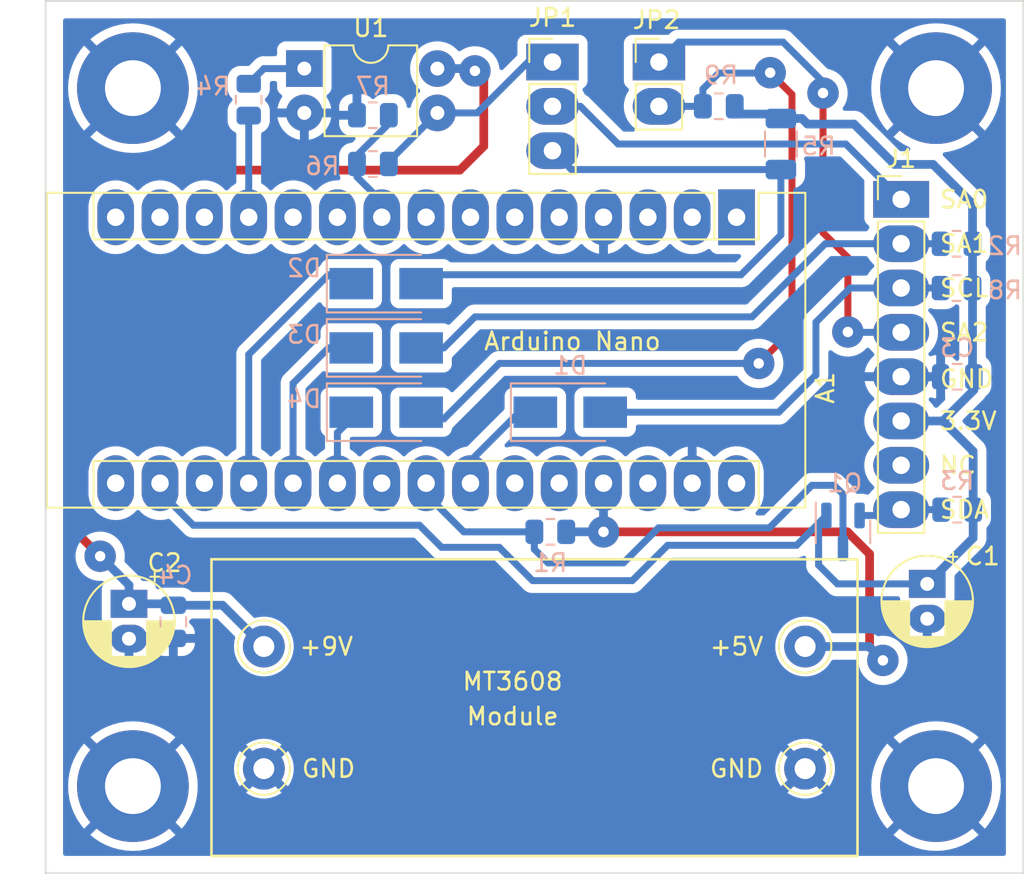
<source format=kicad_pcb>
(kicad_pcb (version 20211014) (generator pcbnew)
  (layers (0 "F.Cu" signal) (31 "B.Cu" signal) (36 "B.SilkS" user "B.Silkscreen") (37 "F.SilkS" user "F.Silkscreen") (38 "B.Mask" user) (39 "F.Mask" user) (44 "Edge.Cuts" user))
  (net 0 "")
  (net 4 "GND")
  (net 9 "HVDET")
  (net 12 "HVSW")
  (net 17 "+3.3V")
  (net 19 "SA0SW")
  (net 20 "SA1SW")
  (net 21 "SA2SW")
  (net 23 "SDASW")
  (net 24 "SCLSW")
  (net 27 "+5V")
  (net 30 "SA0")
  (net 31 "SA1")
  (net 32 "SCL")
  (net 33 "SA2")
  (net 34 "SDA")
  (net 35 "Net-(D2-Pad2)")
  (net 36 "Net-(JP1-Pad1)")
  (net 37 "Net-(R4-Pad2)")
  (net 38 "+9V")
  (net 39 "Net-(D4-Pad2)")
  (footprint "MountingHole:MountingHole_3.2mm_M3_Pad" (layer "F.Cu") (at 105 105)
    (fp_text reference "H1" hide)
    (fp_text value "MountingHole_Pad" hide)
    (pad "1" thru_hole circle locked (at 0 0) (size 6.4 6.4) (drill 3.2) (layers *.Cu *.Mask) (net 4 "GND"))
  )
  (footprint "MountingHole:MountingHole_3.2mm_M3_Pad" (layer "F.Cu") (at 105 145)
    (fp_text reference "H3" hide)
    (fp_text value "MountingHole_Pad" hide)
    (pad "1" thru_hole circle locked (at 0 0) (size 6.4 6.4) (drill 3.2) (layers *.Cu *.Mask) (net 4 "GND"))
  )
  (footprint "Connector_Pin:Pin_D1.0mm_L10.0mm_LooseFit" (layer "F.Cu") (at 143.5 137)
    (fp_text reference "J4" hide)
    (fp_text value "Conn_01x01" hide)
    (pad "1" thru_hole circle locked (at 0 0) (size 2.4 2.4) (drill 1.2) (layers *.Cu *.Mask) (net 27 "+5V"))
  )
  (footprint "Capacitor_THT:CP_Radial_D5.0mm_P2.00mm" (layer "F.Cu") (at 150.495 133.410888 -90)
    (fp_text reference "C1" (at -1.584888 -3.175) (layer "F.SilkS"))
    (fp_text value "100 x 6.3V")
    (pad "1" thru_hole rect (at 0 0 270) (size 1.6 2.1) (drill 0.8) (layers *.Cu *.Mask) (net 17 "+3.3V"))
    (pad "2" thru_hole oval (at 2 0 270) (size 1.6 2.1) (drill 0.8) (layers *.Cu *.Mask) (net 4 "GND"))
  )
  (footprint "Connector_PinHeader_2.54mm:PinHeader_1x03_P2.54mm_Vertical" (layer "F.Cu") (at 129.0305 103.505)
    (fp_text reference "JP1" (at 0.0015 -2.54) (layer "F.SilkS"))
    (fp_text value "SA0_MODE")
    (pad "1" thru_hole rect (at 0 0) (size 3 2.1) (drill 1) (layers *.Cu *.Mask) (net 36 "Net-(JP1-Pad1)"))
    (pad "2" thru_hole oval (at 0 2.54) (size 3 2.1) (drill 1) (layers *.Cu *.Mask) (net 30 "SA0"))
    (pad "3" thru_hole oval (at 0 5.08) (size 3 2.1) (drill 1) (layers *.Cu *.Mask) (net 35 "Net-(D2-Pad2)"))
  )
  (footprint "Module:Arduino_Nano" (layer "F.Cu") (at 139.573 112.4 -90)
    (fp_text reference "A1" (at 9.774 -5.08 90) (layer "F.SilkS"))
    (fp_text value "Arduino_Nano_v2.x")
    (pad "1" thru_hole rect (at 0 0 270) (size 3.2 2.1) (drill 1) (layers *.Cu *.Mask))
    (pad "2" thru_hole oval (at 0 2.54 270) (size 3.2 2.1) (drill 1) (layers *.Cu *.Mask))
    (pad "3" thru_hole oval (at 0 5.08 270) (size 3.2 2.1) (drill 1) (layers *.Cu *.Mask))
    (pad "4" thru_hole oval (at 0 7.62 270) (size 3.2 2.1) (drill 1) (layers *.Cu *.Mask) (net 4 "GND"))
    (pad "5" thru_hole oval (at 0 10.16 270) (size 3.2 2.1) (drill 1) (layers *.Cu *.Mask))
    (pad "6" thru_hole oval (at 0 12.7 270) (size 3.2 2.1) (drill 1) (layers *.Cu *.Mask))
    (pad "7" thru_hole oval (at 0 15.24 270) (size 3.2 2.1) (drill 1) (layers *.Cu *.Mask))
    (pad "8" thru_hole oval (at 0 17.78 270) (size 3.2 2.1) (drill 1) (layers *.Cu *.Mask))
    (pad "9" thru_hole oval (at 0 20.32 270) (size 3.2 2.1) (drill 1) (layers *.Cu *.Mask) (net 9 "HVDET"))
    (pad "10" thru_hole oval (at 0 22.86 270) (size 3.2 2.1) (drill 1) (layers *.Cu *.Mask))
    (pad "11" thru_hole oval (at 0 25.4 270) (size 3.2 2.1) (drill 1) (layers *.Cu *.Mask))
    (pad "12" thru_hole oval (at 0 27.94 270) (size 3.2 2.1) (drill 1) (layers *.Cu *.Mask) (net 12 "HVSW"))
    (pad "13" thru_hole oval (at 0 30.48 270) (size 3.2 2.1) (drill 1) (layers *.Cu *.Mask))
    (pad "14" thru_hole oval (at 0 33.02 270) (size 3.2 2.1) (drill 1) (layers *.Cu *.Mask))
    (pad "15" thru_hole oval (at 0 35.56 270) (size 3.2 2.1) (drill 1) (layers *.Cu *.Mask))
    (pad "16" thru_hole oval (at 15.24 35.56 270) (size 3.2 2.1) (drill 1) (layers *.Cu *.Mask))
    (pad "17" thru_hole oval (at 15.24 33.02 270) (size 3.2 2.1) (drill 1) (layers *.Cu *.Mask) (net 17 "+3.3V"))
    (pad "18" thru_hole oval (at 15.24 30.48 270) (size 3.2 2.1) (drill 1) (layers *.Cu *.Mask))
    (pad "19" thru_hole oval (at 15.24 27.94 270) (size 3.2 2.1) (drill 1) (layers *.Cu *.Mask) (net 19 "SA0SW"))
    (pad "20" thru_hole oval (at 15.24 25.4 270) (size 3.2 2.1) (drill 1) (layers *.Cu *.Mask) (net 20 "SA1SW"))
    (pad "21" thru_hole oval (at 15.24 22.86 270) (size 3.2 2.1) (drill 1) (layers *.Cu *.Mask) (net 21 "SA2SW"))
    (pad "22" thru_hole oval (at 15.24 20.32 270) (size 3.2 2.1) (drill 1) (layers *.Cu *.Mask))
    (pad "23" thru_hole oval (at 15.24 17.78 270) (size 3.2 2.1) (drill 1) (layers *.Cu *.Mask) (net 23 "SDASW"))
    (pad "24" thru_hole oval (at 15.24 15.24 270) (size 3.2 2.1) (drill 1) (layers *.Cu *.Mask) (net 24 "SCLSW"))
    (pad "25" thru_hole oval (at 15.24 12.7 270) (size 3.2 2.1) (drill 1) (layers *.Cu *.Mask))
    (pad "26" thru_hole oval (at 15.24 10.16 270) (size 3.2 2.1) (drill 1) (layers *.Cu *.Mask))
    (pad "27" thru_hole oval (at 15.24 7.62 270) (size 3.2 2.1) (drill 1) (layers *.Cu *.Mask) (net 27 "+5V"))
    (pad "28" thru_hole oval (at 15.24 5.08 270) (size 3.2 2.1) (drill 1) (layers *.Cu *.Mask))
    (pad "29" thru_hole oval (at 15.24 2.54 270) (size 3.2 2.1) (drill 1) (layers *.Cu *.Mask) (net 4 "GND"))
    (pad "30" thru_hole oval (at 15.24 0 270) (size 3.2 2.1) (drill 1) (layers *.Cu *.Mask))
  )
  (footprint "Connector_Pin:Pin_D1.0mm_L10.0mm_LooseFit" (layer "F.Cu") (at 143.5 144)
    (fp_text reference "J5" hide)
    (fp_text value "Conn_01x01" hide)
    (pad "1" thru_hole circle locked (at 0 0) (size 2.4 2.4) (drill 1.2) (layers *.Cu *.Mask) (net 4 "GND"))
  )
  (footprint "Connector_PinHeader_2.54mm:PinHeader_1x08_P2.54mm_Vertical" (layer "F.Cu") (at 149 111.375)
    (fp_text reference "J1" (at 0 -2.33) (layer "F.SilkS"))
    (fp_text value "Conn_01x08_Male")
    (pad "1" thru_hole rect (at 0 0) (size 3.2 2.1) (drill 1) (layers *.Cu *.Mask) (net 30 "SA0"))
    (pad "2" thru_hole oval (at 0 2.54) (size 3.2 2.1) (drill 1) (layers *.Cu *.Mask) (net 31 "SA1"))
    (pad "3" thru_hole oval (at 0 5.08) (size 3.2 2.1) (drill 1) (layers *.Cu *.Mask) (net 32 "SCL"))
    (pad "4" thru_hole oval (at 0 7.62) (size 3.2 2.1) (drill 1) (layers *.Cu *.Mask) (net 33 "SA2"))
    (pad "5" thru_hole oval (at 0 10.16) (size 3.2 2.1) (drill 1) (layers *.Cu *.Mask) (net 4 "GND"))
    (pad "6" thru_hole oval (at 0 12.7) (size 3.2 2.1) (drill 1) (layers *.Cu *.Mask) (net 17 "+3.3V"))
    (pad "7" thru_hole oval (at 0 15.24) (size 3.2 2.1) (drill 1) (layers *.Cu *.Mask))
    (pad "8" thru_hole oval (at 0 17.78) (size 3.2 2.1) (drill 1) (layers *.Cu *.Mask) (net 34 "SDA"))
  )
  (footprint "Package_DIP:DIP-4_W7.62mm" (layer "F.Cu") (at 114.818 103.881)
    (fp_text reference "U1" (at 3.81 -2.33) (layer "F.SilkS"))
    (fp_text value "PC817")
    (pad "1" thru_hole rect (at 0 0) (size 2.1 2.1) (drill 0.8) (layers *.Cu *.Mask) (net 37 "Net-(R4-Pad2)"))
    (pad "2" thru_hole oval (at 0 2.54) (size 2.1 2.1) (drill 0.8) (layers *.Cu *.Mask) (net 4 "GND"))
    (pad "3" thru_hole oval (at 7.62 2.54) (size 2.1 2.1) (drill 0.8) (layers *.Cu *.Mask) (net 36 "Net-(JP1-Pad1)"))
    (pad "4" thru_hole oval (at 7.62 0) (size 2.1 2.1) (drill 0.8) (layers *.Cu *.Mask) (net 38 "+9V"))
  )
  (footprint "Connector_Pin:Pin_D1.0mm_L10.0mm_LooseFit" (layer "F.Cu") (at 112.5 144)
    (fp_text reference "J3" hide)
    (fp_text value "Conn_01x01" hide)
    (pad "1" thru_hole circle (at 0 0) (size 2.4 2.4) (drill 1.2) (layers *.Cu *.Mask) (net 4 "GND"))
  )
  (footprint "Connector_PinHeader_2.54mm:PinHeader_1x02_P2.54mm_Vertical" (layer "F.Cu") (at 135.128 103.505)
    (fp_text reference "JP2" (at -0.1405 -2.413) (layer "F.SilkS"))
    (fp_text value "SA2_Mode")
    (pad "1" thru_hole rect (at 0 0) (size 3 2.1) (drill 1) (layers *.Cu *.Mask) (net 33 "SA2"))
    (pad "2" thru_hole oval (at 0 2.54) (size 3 2.1) (drill 1) (layers *.Cu *.Mask) (net 39 "Net-(D4-Pad2)"))
  )
  (footprint "MountingHole:MountingHole_3.2mm_M3_Pad" (layer "F.Cu") (at 151 145)
    (fp_text reference "H4" hide)
    (fp_text value "MountingHole_Pad" hide)
    (pad "1" thru_hole circle locked (at 0 0) (size 6.4 6.4) (drill 3.2) (layers *.Cu *.Mask) (net 4 "GND"))
  )
  (footprint "Connector_Pin:Pin_D1.0mm_L10.0mm_LooseFit" (layer "F.Cu") (at 112.5 137)
    (fp_text reference "J2" hide)
    (fp_text value "Conn_01x01" hide)
    (pad "1" thru_hole circle (at 0 0) (size 2.4 2.4) (drill 1.2) (layers *.Cu *.Mask) (net 38 "+9V"))
  )
  (footprint "MountingHole:MountingHole_3.2mm_M3_Pad" (layer "F.Cu") (at 151 105)
    (fp_text reference "H2" hide)
    (fp_text value "MountingHole_Pad" hide)
    (pad "1" thru_hole circle locked (at 0 0) (size 6.4 6.4) (drill 3.2) (layers *.Cu *.Mask) (net 4 "GND"))
  )
  (footprint "Capacitor_THT:CP_Radial_D5.0mm_P2.00mm" (layer "F.Cu") (at 104.775 134.553888 -90)
    (fp_text reference "C2" (at -2.346888 -2.032) (layer "F.SilkS"))
    (fp_text value "100 x 16V")
    (pad "1" thru_hole rect (at 0 0 270) (size 1.6 2.1) (drill 0.8) (layers *.Cu *.Mask) (net 38 "+9V"))
    (pad "2" thru_hole oval (at 2 0 270) (size 1.6 2.1) (drill 0.8) (layers *.Cu *.Mask) (net 4 "GND"))
  )
  (footprint "Resistor_SMD:R_0805_2012Metric" (layer "B.Cu") (at 152.175 113.92)
    (fp_text reference "R8" (at 2.765 2.666) (layer "B.SilkS") (effects (justify mirror)))
    (fp_text value "10k")
    (pad "1" smd roundrect (at -0.9125 0) (size 1.025 1.4) (layers "B.Cu" "B.Paste" "B.Mask") (roundrect_rratio 0.243902439) (net 31 "SA1"))
    (pad "2" smd roundrect (at 0.9125 0) (size 1.025 1.4) (layers "B.Cu" "B.Paste" "B.Mask") (roundrect_rratio 0.243902439) (net 17 "+3.3V"))
  )
  (footprint "Resistor_SMD:R_0805_2012Metric" (layer "B.Cu") (at 152.175 116.46 180)
    (fp_text reference "R2" (at -2.765 2.414) (layer "B.SilkS") (effects (justify mirror)))
    (fp_text value "4k7")
    (pad "1" smd roundrect (at -0.9125 0 180) (size 1.025 1.4) (layers "B.Cu" "B.Paste" "B.Mask") (roundrect_rratio 0.243902439) (net 17 "+3.3V"))
    (pad "2" smd roundrect (at 0.9125 0 180) (size 1.025 1.4) (layers "B.Cu" "B.Paste" "B.Mask") (roundrect_rratio 0.243902439) (net 32 "SCL"))
  )
  (footprint "Resistor_SMD:R_1206_3216Metric" (layer "B.Cu") (at 142.113 108.204 90)
    (fp_text reference "R5" (at -0.127 2.159 180) (layer "B.SilkS") (effects (justify mirror)))
    (fp_text value "10k")
    (pad "1" smd roundrect (at -1.4625 0 90) (size 1.125 1.75) (layers "B.Cu" "B.Paste" "B.Mask") (roundrect_rratio 0.2222222222) (net 35 "Net-(D2-Pad2)"))
    (pad "2" smd roundrect (at 1.4625 0 90) (size 1.125 1.75) (layers "B.Cu" "B.Paste" "B.Mask") (roundrect_rratio 0.2222222222) (net 17 "+3.3V"))
  )
  (footprint "Diode_SMD:D_SMA" (layer "B.Cu") (at 119.507 116.205)
    (fp_text reference "D2" (at -4.699 -0.889) (layer "B.SilkS") (effects (justify mirror)))
    (fp_text value "SS12")
    (pad "1" smd rect (at -2 0) (size 2.5 1.8) (layers "B.Cu" "B.Paste" "B.Mask") (net 19 "SA0SW"))
    (pad "2" smd rect (at 2 0) (size 2.5 1.8) (layers "B.Cu" "B.Paste" "B.Mask") (net 35 "Net-(D2-Pad2)"))
  )
  (footprint "Resistor_SMD:R_0805_2012Metric" (layer "B.Cu") (at 138.557 106.042)
    (fp_text reference "R9" (at 0.127 -1.778) (layer "B.SilkS") (effects (justify mirror)))
    (fp_text value "10k")
    (pad "1" smd roundrect (at -0.9125 0) (size 1.025 1.4) (layers "B.Cu" "B.Paste" "B.Mask") (roundrect_rratio 0.243902439) (net 39 "Net-(D4-Pad2)"))
    (pad "2" smd roundrect (at 0.9125 0) (size 1.025 1.4) (layers "B.Cu" "B.Paste" "B.Mask") (roundrect_rratio 0.243902439) (net 17 "+3.3V"))
  )
  (footprint "Capacitor_SMD:C_0805_2012Metric" (layer "B.Cu") (at 107.315 135.5852 -90)
    (fp_text reference "C4" (at -2.667 -0.127) (layer "B.SilkS") (effects (justify mirror)))
    (fp_text value "0.1")
    (pad "1" smd roundrect (at -0.95 0 270) (size 1 1.45) (layers "B.Cu" "B.Paste" "B.Mask") (net 38 "+9V"))
    (pad "2" smd roundrect (at 0.95 0 270) (size 1 1.45) (layers "B.Cu" "B.Paste" "B.Mask") (net 4 "GND"))
  )
  (footprint "Resistor_SMD:R_0805_2012Metric" (layer "B.Cu") (at 152.212 129.159 180)
    (fp_text reference "R3" (at 0 1.65) (layer "B.SilkS") (effects (justify mirror)))
    (fp_text value "4k7")
    (pad "1" smd roundrect (at -0.9125 0 180) (size 1.025 1.4) (layers "B.Cu" "B.Paste" "B.Mask") (roundrect_rratio 0.243902439) (net 17 "+3.3V"))
    (pad "2" smd roundrect (at 0.9125 0 180) (size 1.025 1.4) (layers "B.Cu" "B.Paste" "B.Mask") (roundrect_rratio 0.243902439) (net 34 "SDA"))
  )
  (footprint "Diode_SMD:D_SMA" (layer "B.Cu") (at 119.507 123.571)
    (fp_text reference "D4" (at -4.699 -0.762) (layer "B.SilkS") (effects (justify mirror)))
    (fp_text value "SS12")
    (pad "1" smd rect (at -2 0) (size 2.5 1.8) (layers "B.Cu" "B.Paste" "B.Mask") (net 21 "SA2SW"))
    (pad "2" smd rect (at 2 0) (size 2.5 1.8) (layers "B.Cu" "B.Paste" "B.Mask") (net 39 "Net-(D4-Pad2)"))
  )
  (footprint "Package_TO_SOT_SMD:SOT-23" (layer "B.Cu") (at 145.669 130.429 -90)
    (fp_text reference "Q1" (at -2.79 -0.098) (layer "B.SilkS") (effects (justify mirror)))
    (fp_text value "BSS138")
    (pad "1" smd roundrect (at -0.9375 0.95 270) (size 1.475 0.6) (layers "B.Cu" "B.Paste" "B.Mask") (net 17 "+3.3V"))
    (pad "2" smd roundrect (at -0.9375 -0.95 270) (size 1.475 0.6) (layers "B.Cu" "B.Paste" "B.Mask") (net 34 "SDA"))
    (pad "3" smd roundrect (at 0.9375 0 270) (size 1.475 0.6) (layers "B.Cu" "B.Paste" "B.Mask") (net 23 "SDASW"))
  )
  (footprint "Resistor_SMD:R_0805_2012Metric" (layer "B.Cu") (at 118.745 109.347)
    (fp_text reference "R6" (at -2.8975 0.122) (layer "B.SilkS") (effects (justify mirror)))
    (fp_text value "8k2")
    (pad "1" smd roundrect (at -0.9125 0) (size 1.025 1.4) (layers "B.Cu" "B.Paste" "B.Mask") (roundrect_rratio 0.243902439) (net 9 "HVDET"))
    (pad "2" smd roundrect (at 0.9125 0) (size 1.025 1.4) (layers "B.Cu" "B.Paste" "B.Mask") (roundrect_rratio 0.243902439) (net 36 "Net-(JP1-Pad1)"))
  )
  (footprint "Resistor_SMD:R_0805_2012Metric" (layer "B.Cu") (at 111.633 105.664 90)
    (fp_text reference "R4" (at 0.762 -2.032 180) (layer "B.SilkS") (effects (justify mirror)))
    (fp_text value "390")
    (pad "1" smd roundrect (at -0.9125 0 90) (size 1.025 1.4) (layers "B.Cu" "B.Paste" "B.Mask") (roundrect_rratio 0.243902439) (net 12 "HVSW"))
    (pad "2" smd roundrect (at 0.9125 0 90) (size 1.025 1.4) (layers "B.Cu" "B.Paste" "B.Mask") (roundrect_rratio 0.243902439) (net 37 "Net-(R4-Pad2)"))
  )
  (footprint "Resistor_SMD:R_0805_2012Metric" (layer "B.Cu") (at 118.745 106.553)
    (fp_text reference "R7" (at 0 -1.656) (layer "B.SilkS") (effects (justify mirror)))
    (fp_text value "10k")
    (pad "1" smd roundrect (at -0.9125 0) (size 1.025 1.4) (layers "B.Cu" "B.Paste" "B.Mask") (roundrect_rratio 0.243902439) (net 4 "GND"))
    (pad "2" smd roundrect (at 0.9125 0) (size 1.025 1.4) (layers "B.Cu" "B.Paste" "B.Mask") (roundrect_rratio 0.243902439) (net 9 "HVDET"))
  )
  (footprint "Diode_SMD:D_SMA" (layer "B.Cu") (at 130.048 123.571)
    (fp_text reference "D1" (at 0 -2.667) (layer "B.SilkS") (effects (justify mirror)))
    (fp_text value "SS12")
    (pad "1" smd rect (at -2 0) (size 2.5 1.8) (layers "B.Cu" "B.Paste" "B.Mask") (net 24 "SCLSW"))
    (pad "2" smd rect (at 2 0) (size 2.5 1.8) (layers "B.Cu" "B.Paste" "B.Mask") (net 32 "SCL"))
  )
  (footprint "Diode_SMD:D_SMA" (layer "B.Cu") (at 119.507 119.888)
    (fp_text reference "D3" (at -4.699 -0.762) (layer "B.SilkS") (effects (justify mirror)))
    (fp_text value "SS12")
    (pad "1" smd rect (at -2 0) (size 2.5 1.8) (layers "B.Cu" "B.Paste" "B.Mask") (net 20 "SA1SW"))
    (pad "2" smd rect (at 2 0) (size 2.5 1.8) (layers "B.Cu" "B.Paste" "B.Mask") (net 31 "SA1"))
  )
  (footprint "Resistor_SMD:R_0805_2012Metric" (layer "B.Cu") (at 128.905 130.429 180)
    (fp_text reference "R1" (at 0 -1.778) (layer "B.SilkS") (effects (justify mirror)))
    (fp_text value "4k7")
    (pad "1" smd roundrect (at -0.9125 0 180) (size 1.025 1.4) (layers "B.Cu" "B.Paste" "B.Mask") (roundrect_rratio 0.243902439) (net 27 "+5V"))
    (pad "2" smd roundrect (at 0.9125 0 180) (size 1.025 1.4) (layers "B.Cu" "B.Paste" "B.Mask") (roundrect_rratio 0.243902439) (net 23 "SDASW"))
  )
  (footprint "Capacitor_SMD:C_0805_2012Metric" (layer "B.Cu") (at 152.212 121.539 180)
    (fp_text reference "C3" (at 0 1.651) (layer "B.SilkS") (effects (justify mirror)))
    (fp_text value "0.1")
    (pad "1" smd roundrect (at -0.95 0 180) (size 1 1.45) (layers "B.Cu" "B.Paste" "B.Mask") (net 17 "+3.3V"))
    (pad "2" smd roundrect (at 0.95 0 180) (size 1 1.45) (layers "B.Cu" "B.Paste" "B.Mask") (net 4 "GND"))
  )
  (gr_rect locked (start 109.5 132) (end 146.5 149) (layer "F.SilkS") (width 0.15) (fill none))
  (gr_rect (start 100 100) (end 156 150) (layer "Edge.Cuts") (width 0.1) (fill none))
  (gr_text "Arduino Nano" (at 130.175 119.507) (layer "F.SilkS") (effects (font (size 1 1))))
  (gr_text "+9V" (at 116.078 137) (layer "F.SilkS") (effects (font (size 1 1))))
  (gr_text "SA1" (at 151.13 113.919) (layer "F.SilkS") (effects (font (size 1 1)) (justify left)))
  (gr_text "SA0" (at 151.13 111.379) (layer "F.SilkS") (effects (font (size 1 1)) (justify left)))
  (gr_text "GND" (at 139.573 144) (layer "F.SilkS") (effects (font (size 1 1))))
  (gr_text "NC" (at 151.13 126.619) (layer "F.SilkS") (effects (font (size 1 1)) (justify left)))
  (gr_text "MT3608" (at 126.746 139) (layer "F.SilkS") (effects (font (size 1 1))))
  (gr_text "+5V" (at 139.573 137) (layer "F.SilkS") (effects (font (size 1 1))))
  (gr_text "SCL" (at 151.13 116.459) (layer "F.SilkS") (effects (font (size 1 1)) (justify left)))
  (gr_text "SDA" (at 151.13 129.159) (layer "F.SilkS") (effects (font (size 1 1)) (justify left)))
  (gr_text "3.3V" (at 151.13 124.079) (layer "F.SilkS") (effects (font (size 1 1)) (justify left)))
  (gr_text "Module" (at 126.746 141) (layer "F.SilkS") (effects (font (size 1 1))))
  (gr_text "GND" (at 151.13 121.666) (layer "F.SilkS") (effects (font (size 1 1)) (justify left)))
  (gr_text "SA2" (at 151.13 118.999) (layer "F.SilkS") (effects (font (size 1 1)) (justify left)))
  (gr_text "GND" (at 116.205 144) (layer "F.SilkS") (effects (font (size 1 1))))
  (segment (start 117.8325 109.347) (end 117.8325 108.8625) (width 0.4) (layer "B.Cu") (net 9))
  (segment (start 119.253 111.506) (end 119.253 112.4) (width 0.4) (layer "B.Cu") (net 9))
  (segment (start 117.8325 108.8625) (end 119.6575 107.0375) (width 0.4) (layer "B.Cu") (net 9))
  (segment (start 117.8325 109.347) (end 117.8325 110.0855) (width 0.4) (layer "B.Cu") (net 9))
  (segment (start 117.8325 110.0855) (end 119.253 111.506) (width 0.4) (layer "B.Cu") (net 9))
  (segment (start 119.6575 107.0375) (end 119.6575 106.553) (width 0.4) (layer "B.Cu") (net 9))
  (segment (start 111.633 106.5765) (end 111.633 112.4) (width 0.4) (layer "B.Cu") (net 12))
  (segment (start 139.915 106.4875) (end 142.113 106.4875) (width 0.5) (layer "B.Cu") (net 17))
  (segment (start 150.495 133.410888) (end 153.1245 130.781388) (width 0.5) (layer "B.Cu") (net 17))
  (segment (start 127.889 133.223) (end 133.604 133.223) (width 0.4) (layer "B.Cu") (net 17))
  (segment (start 153.0875 113.92) (end 153.0875 116.46) (width 0.5) (layer "B.Cu") (net 17))
  (segment (start 148.6154 109.3724) (end 150.8252 109.3724) (width 0.5) (layer "B.Cu") (net 17))
  (segment (start 153.0875 111.6347) (end 153.0875 113.92) (width 0.5) (layer "B.Cu") (net 17))
  (segment (start 146.304 107.061) (end 148.6154 109.3724) (width 0.5) (layer "B.Cu") (net 17))
  (segment (start 153.162 122.301) (end 151.388 124.075) (width 0.5) (layer "B.Cu") (net 17))
  (segment (start 153.1245 130.781388) (end 153.1245 129.159) (width 0.5) (layer "B.Cu") (net 17))
  (segment (start 143.637 107.061) (end 146.304 107.061) (width 0.5) (layer "B.Cu") (net 17))
  (segment (start 106.553 127.64) (end 106.553 128.143) (width 0.4) (layer "B.Cu") (net 17))
  (segment (start 153.1245 125.8115) (end 151.388 124.075) (width 0.5) (layer "B.Cu") (net 17))
  (segment (start 151.388 124.075) (end 149 124.075) (width 0.5) (layer "B.Cu") (net 17))
  (segment (start 135.627 131.2) (end 143.0105 131.2) (width 0.4) (layer "B.Cu") (net 17))
  (segment (start 145.348888 133.410888) (end 150.495 133.410888) (width 0.4) (layer "B.Cu") (net 17))
  (segment (start 143.0105 131.2) (end 144.719 129.4915) (width 0.4) (layer "B.Cu") (net 17))
  (segment (start 106.553 128.143) (end 108.458 130.048) (width 0.4) (layer "B.Cu") (net 17))
  (segment (start 106.553 127.64) (end 106.553 128.016) (width 0.4) (layer "B.Cu") (net 17))
  (segment (start 121.412 130.048) (end 122.682 131.318) (width 0.4) (layer "B.Cu") (net 17))
  (segment (start 150.8252 109.3724) (end 153.0875 111.6347) (width 0.5) (layer "B.Cu") (net 17))
  (segment (start 153.162 121.539) (end 153.162 122.301) (width 0.5) (layer "B.Cu") (net 17))
  (segment (start 142.113 106.7415) (end 143.3175 106.7415) (width 0.5) (layer "B.Cu") (net 17))
  (segment (start 122.682 131.318) (end 125.984 131.318) (width 0.4) (layer "B.Cu") (net 17))
  (segment (start 144.272 132.334) (end 145.348888 133.410888) (width 0.4) (layer "B.Cu") (net 17))
  (segment (start 144.272 129.9385) (end 144.272 132.334) (width 0.4) (layer "B.Cu") (net 17))
  (segment (start 125.984 131.318) (end 127.889 133.223) (width 0.4) (layer "B.Cu") (net 17))
  (segment (start 144.719 129.4915) (end 144.272 129.9385) (width 0.4) (layer "B.Cu") (net 17))
  (segment (start 108.458 130.048) (end 121.412 130.048) (width 0.4) (layer "B.Cu") (net 17))
  (segment (start 139.4695 106.042) (end 139.915 106.4875) (width 0.5) (layer "B.Cu") (net 17))
  (segment (start 153.0875 116.46) (end 153.0875 121.4645) (width 0.5) (layer "B.Cu") (net 17))
  (segment (start 153.0875 121.4645) (end 153.162 121.539) (width 0.5) (layer "B.Cu") (net 17))
  (segment (start 153.1245 129.159) (end 153.1245 125.8115) (width 0.5) (layer "B.Cu") (net 17))
  (segment (start 133.604 133.223) (end 135.627 131.2) (width 0.4) (layer "B.Cu") (net 17))
  (segment (start 143.3175 106.7415) (end 143.637 107.061) (width 0.5) (layer "B.Cu") (net 17))
  (segment (start 111.633 120.269) (end 116.205 115.697) (width 0.4) (layer "B.Cu") (net 19))
  (segment (start 111.633 127.64) (end 111.633 120.269) (width 0.4) (layer "B.Cu") (net 19))
  (segment (start 116.205 115.697) (end 117.507 115.697) (width 0.4) (layer "B.Cu") (net 19))
  (segment (start 114.173 121.92) (end 116.205 119.888) (width 0.4) (layer "B.Cu") (net 20))
  (segment (start 114.173 127.64) (end 114.173 121.92) (width 0.4) (layer "B.Cu") (net 20))
  (segment (start 116.205 119.888) (end 117.507 119.888) (width 0.4) (layer "B.Cu") (net 20))
  (segment (start 116.713 124.746) (end 117.507 123.952) (width 0.4) (layer "B.Cu") (net 21))
  (segment (start 116.713 127.64) (end 116.713 124.746) (width 0.4) (layer "B.Cu") (net 21))
  (segment (start 145.669 128.27) (end 145.669 131.3665) (width 0.4) (layer "B.Cu") (net 23))
  (segment (start 121.793 127.64) (end 121.793 128.27) (width 0.4) (layer "B.Cu") (net 23))
  (segment (start 141.453 130.2) (end 143.891 127.762) (width 0.4) (layer "B.Cu") (net 23))
  (segment (start 127.9925 131.4215) (end 128.778 132.207) (width 0.4) (layer "B.Cu") (net 23))
  (segment (start 123.952 130.429) (end 127.9925 130.429) (width 0.4) (layer "B.Cu") (net 23))
  (segment (start 145.161 127.762) (end 145.669 128.27) (width 0.4) (layer "B.Cu") (net 23))
  (segment (start 135.103 130.2) (end 141.453 130.2) (width 0.4) (layer "B.Cu") (net 23))
  (segment (start 121.793 128.27) (end 123.952 130.429) (width 0.4) (layer "B.Cu") (net 23))
  (segment (start 133.096 132.207) (end 135.103 130.2) (width 0.4) (layer "B.Cu") (net 23))
  (segment (start 127.9925 130.429) (end 127.9925 131.4215) (width 0.4) (layer "B.Cu") (net 23))
  (segment (start 143.891 127.762) (end 145.161 127.762) (width 0.4) (layer "B.Cu") (net 23))
  (segment (start 128.778 132.207) (end 133.096 132.207) (width 0.4) (layer "B.Cu") (net 23))
  (segment (start 127.127 123.571) (end 128.048 123.571) (width 0.4) (layer "B.Cu") (net 24))
  (segment (start 124.333 127.64) (end 124.333 126.365) (width 0.4) (layer "B.Cu") (net 24))
  (segment (start 124.333 126.365) (end 127.127 123.571) (width 0.4) (layer "B.Cu") (net 24))
  (segment (start 147.193 131.699) (end 147.193 137.033) (width 0.5) (layer "F.Cu") (net 27))
  (segment (start 131.953 130.429) (end 145.923 130.429) (width 0.5) (layer "F.Cu") (net 27))
  (segment (start 145.923 130.429) (end 147.193 131.699) (width 0.5) (layer "F.Cu") (net 27))
  (segment (start 147.193 137.033) (end 147.955 137.795) (width 0.5) (layer "F.Cu") (net 27))
  (via (at 131.953 130.429) (size 1.8) (drill 0.6) (layers "F.Cu" "B.Cu") (net 27))
  (via (at 147.955 137.795) (size 1.8) (drill 0.6) (layers "F.Cu" "B.Cu") (net 27))
  (segment (start 147.16 137) (end 143.5 137) (width 0.5) (layer "B.Cu") (net 27))
  (segment (start 129.8175 130.429) (end 131.953 130.429) (width 0.5) (layer "B.Cu") (net 27))
  (segment (start 131.953 127.64) (end 131.953 130.429) (width 0.5) (layer "B.Cu") (net 27))
  (segment (start 147.955 137.795) (end 147.16 137) (width 0.5) (layer "B.Cu") (net 27))
  (segment (start 132.7912 108.204) (end 145.829 108.204) (width 0.4) (layer "B.Cu") (net 30))
  (segment (start 130.6322 106.045) (end 132.7912 108.204) (width 0.4) (layer "B.Cu") (net 30))
  (segment (start 145.829 108.204) (end 149 111.375) (width 0.4) (layer "B.Cu") (net 30))
  (segment (start 129.0305 106.045) (end 130.6322 106.045) (width 0.4) (layer "B.Cu") (net 30))
  (segment (start 151.2575 113.915) (end 151.2625 113.92) (width 0.4) (layer "B.Cu") (net 31))
  (segment (start 122.809 119.888) (end 124.587 118.11) (width 0.4) (layer "B.Cu") (net 31))
  (segment (start 124.587 118.11) (end 140.462 118.11) (width 0.4) (layer "B.Cu") (net 31))
  (segment (start 144.657 113.915) (end 149 113.915) (width 0.4) (layer "B.Cu") (net 31))
  (segment (start 140.462 118.11) (end 144.657 113.915) (width 0.4) (layer "B.Cu") (net 31))
  (segment (start 149 113.915) (end 151.2575 113.915) (width 0.4) (layer "B.Cu") (net 31))
  (segment (start 121.507 119.888) (end 122.809 119.888) (width 0.4) (layer "B.Cu") (net 31))
  (segment (start 149 116.455) (end 151.2575 116.455) (width 0.4) (layer "B.Cu") (net 32))
  (segment (start 141.986 123.571) (end 144.1196 121.4374) (width 0.4) (layer "B.Cu") (net 32))
  (segment (start 144.1196 118.4148) (end 146.0794 116.455) (width 0.4) (layer "B.Cu") (net 32))
  (segment (start 151.2575 116.455) (end 151.2625 116.46) (width 0.4) (layer "B.Cu") (net 32))
  (segment (start 146.0794 116.455) (end 149 116.455) (width 0.4) (layer "B.Cu") (net 32))
  (segment (start 132.048 123.571) (end 141.986 123.571) (width 0.4) (layer "B.Cu") (net 32))
  (segment (start 144.1196 121.4374) (end 144.1196 118.4148) (width 0.4) (layer "B.Cu") (net 32))
  (segment (start 145.9484 114.7064) (end 144.526 113.284) (width 0.4) (layer "F.Cu") (net 33))
  (segment (start 144.526 113.284) (end 144.526 105.283) (width 0.4) (layer "F.Cu") (net 33))
  (segment (start 145.9484 118.9736) (end 145.9484 114.7064) (width 0.4) (layer "F.Cu") (net 33))
  (via (at 145.9484 118.9736) (size 1.8) (drill 0.6) (layers "F.Cu" "B.Cu") (net 33))
  (via (at 144.526 105.283) (size 1.8) (drill 0.6) (layers "F.Cu" "B.Cu") (net 33))
  (segment (start 142.24 102.362) (end 136.271 102.362) (width 0.4) (layer "B.Cu") (net 33))
  (segment (start 144.526 104.648) (end 142.24 102.362) (width 0.4) (layer "B.Cu") (net 33))
  (segment (start 145.9698 118.995) (end 149 118.995) (width 0.4) (layer "B.Cu") (net 33))
  (segment (start 145.9484 118.9736) (end 145.9698 118.995) (width 0.4) (layer "B.Cu") (net 33))
  (segment (start 144.526 105.283) (end 144.526 104.648) (width 0.4) (layer "B.Cu") (net 33))
  (segment (start 136.271 102.362) (end 135.128 103.505) (width 0.4) (layer "B.Cu") (net 33))
  (segment (start 146.619 129.4915) (end 148.6635 129.4915) (width 0.4) (layer "B.Cu") (net 34))
  (segment (start 148.6635 129.4915) (end 149 129.155) (width 0.4) (layer "B.Cu") (net 34))
  (segment (start 151.2955 129.155) (end 151.2995 129.159) (width 0.4) (layer "B.Cu") (net 34))
  (segment (start 149 129.155) (end 151.2955 129.155) (width 0.4) (layer "B.Cu") (net 34))
  (segment (start 130.112 109.6665) (end 142.113 109.6665) (width 0.4) (layer "B.Cu") (net 35))
  (segment (start 121.507 115.697) (end 139.827 115.697) (width 0.4) (layer "B.Cu") (net 35))
  (segment (start 139.827 115.697) (end 142.113 113.411) (width 0.4) (layer "B.Cu") (net 35))
  (segment (start 142.113 113.411) (end 142.113 109.6665) (width 0.4) (layer "B.Cu") (net 35))
  (segment (start 129.0305 108.585) (end 130.112 109.6665) (width 0.4) (layer "B.Cu") (net 35))
  (segment (start 127.635 103.505) (end 129.0305 103.505) (width 0.4) (layer "B.Cu") (net 36))
  (segment (start 124.719 106.421) (end 127.635 103.505) (width 0.4) (layer "B.Cu") (net 36))
  (segment (start 122.438 106.421) (end 124.719 106.421) (width 0.4) (layer "B.Cu") (net 36))
  (segment (start 119.6575 109.2015) (end 122.438 106.421) (width 0.4) (layer "B.Cu") (net 36))
  (segment (start 119.6575 109.347) (end 119.6575 109.2015) (width 0.4) (layer "B.Cu") (net 36))
  (segment (start 111.633 104.7515) (end 112.5035 103.881) (width 0.4) (layer "B.Cu") (net 37))
  (segment (start 112.5035 103.881) (end 114.818 103.881) (width 0.4) (layer "B.Cu") (net 37))
  (segment (start 101.981 110.871) (end 101.981 130.683) (width 0.5) (layer "F.Cu") (net 38))
  (segment (start 103.152 109.7) (end 101.981 110.871) (width 0.5) (layer "F.Cu") (net 38))
  (segment (start 124.587 104.013) (end 125.095 104.521) (width 0.5) (layer "F.Cu") (net 38))
  (segment (start 125.095 104.521) (end 125.095 108.331) (width 0.5) (layer "F.Cu") (net 38))
  (segment (start 101.981 130.683) (end 103.124 131.826) (width 0.5) (layer "F.Cu") (net 38))
  (segment (start 123.726 109.7) (end 103.152 109.7) (width 0.5) (layer "F.Cu") (net 38))
  (segment (start 125.095 108.331) (end 123.726 109.7) (width 0.5) (layer "F.Cu") (net 38))
  (via (at 124.587 104.013) (size 1.8) (drill 0.6) (layers "F.Cu" "B.Cu") (net 38))
  (via (at 103.124 131.826) (size 1.8) (drill 0.6) (layers "F.Cu" "B.Cu") (net 38))
  (segment (start 107.315 134.6352) (end 110.1352 134.6352) (width 0.5) (layer "B.Cu") (net 38))
  (segment (start 110.1352 134.6352) (end 112.5 137) (width 0.5) (layer "B.Cu") (net 38))
  (segment (start 104.775 133.477) (end 104.775 134.553888) (width 0.5) (layer "B.Cu") (net 38))
  (segment (start 103.124 131.826) (end 104.775 133.477) (width 0.5) (layer "B.Cu") (net 38))
  (segment (start 124.587 104.013) (end 124.455 103.881) (width 0.5) (layer "B.Cu") (net 38))
  (segment (start 124.455 103.881) (end 122.438 103.881) (width 0.5) (layer "B.Cu") (net 38))
  (segment (start 107.233688 134.553888) (end 107.315 134.6352) (width 0.5) (layer "B.Cu") (net 38))
  (segment (start 104.775 134.553888) (end 107.233688 134.553888) (width 0.5) (layer "B.Cu") (net 38))
  (segment (start 142.748 118.872) (end 140.843 120.777) (width 0.4) (layer "F.Cu") (net 39))
  (segment (start 142.748 105.366307) (end 142.748 118.872) (width 0.4) (layer "F.Cu") (net 39))
  (segment (start 141.497193 104.1155) (end 142.748 105.366307) (width 0.4) (layer "F.Cu") (net 39))
  (via (at 141.497193 104.1155) (size 1.8) (drill 0.6) (layers "F.Cu" "B.Cu") (net 39))
  (via (at 140.843 120.777) (size 1.8) (drill 0.6) (layers "F.Cu" "B.Cu") (net 39))
  (segment (start 122.809 123.952) (end 125.984 120.777) (width 0.4) (layer "B.Cu") (net 39))
  (segment (start 137.6445 105.0525) (end 137.6445 106.042) (width 0.4) (layer "B.Cu") (net 39))
  (segment (start 125.984 120.777) (end 140.843 120.777) (width 0.4) (layer "B.Cu") (net 39))
  (segment (start 137.6415 106.045) (end 137.6445 106.042) (width 0.4) (layer "B.Cu") (net 39))
  (segment (start 141.497193 104.1155) (end 141.472693 104.14) (width 0.4) (layer "B.Cu") (net 39))
  (segment (start 138.557 104.14) (end 137.6445 105.0525) (width 0.4) (layer "B.Cu") (net 39))
  (segment (start 121.507 123.952) (end 122.809 123.952) (width 0.4) (layer "B.Cu") (net 39))
  (segment (start 141.472693 104.14) (end 138.557 104.14) (width 0.4) (layer "B.Cu") (net 39))
  (segment (start 135.128 106.045) (end 137.6415 106.045) (width 0.4) (layer "B.Cu") (net 39))
  (zone (net 4) (net_name "GND") (layer "B.Cu") (connect_pads (clearance 0.508)) (min_thickness 0.254) (fill yes (thermal_gap 0.508) (thermal_bridge_width 0.508))
    (polygon (pts (xy 155 149) (xy 101 149) (xy 101 101) (xy 155 101)))
  )
)
</source>
